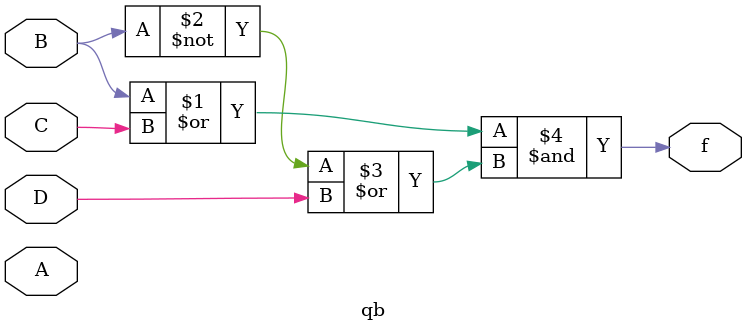
<source format=v>
module qb(A,B,C,D,f);
	input A,B,C,D;
	output f;
	assign f = (B|C) & (~B|D);
endmodule

</source>
